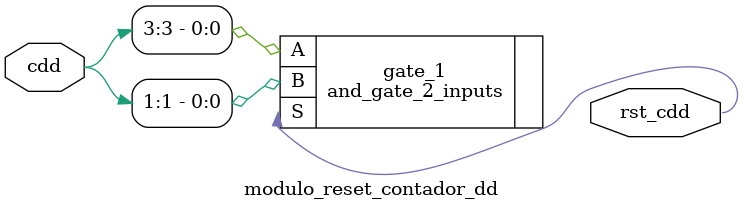
<source format=v>
module modulo_reset_contador_dd(cdd, rst_cdd);
	
	
	input [3:0] cdd;
	output rst_cdd;
	
	and_gate_2_inputs gate_1(.A(cdd[3]),.B(cdd[1]),.S(rst_cdd));
	
	
endmodule 
</source>
